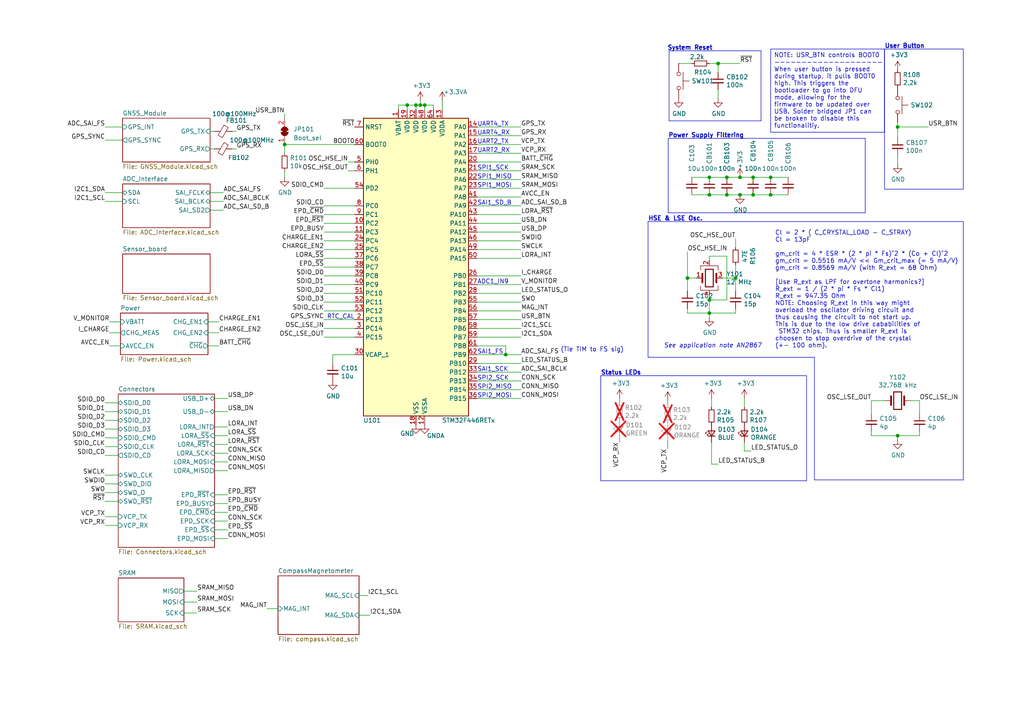
<source format=kicad_sch>
(kicad_sch (version 20230121) (generator eeschema)
  (paper "A4")
  (title_block (title "Kleinvoet") (date "2020-06-11") (rev "Rev. A") (company "Department of Electronic Engineering - Stellenbosch University") (comment 1 "Author: CM Geldenhuys <20198329@sun.ac.za>") (comment 2 "Project: Kleinvoet"))
  (lib_symbols
    (symbol "Device:C_Small" (pin_numbers hide) (pin_names (offset 0.254) hide)
      (property "Reference" "C" (at 0.254 1.778 0))
      (property "Value" "C_Small" (at 0.254 -2.032 0))
      (symbol "C_Small_0_1"
        (polyline (pts (xy -1.524 -0.508) (xy 1.524 -0.508)) (stroke (width 0.3302)))
        (polyline (pts (xy -1.524 0.508) (xy 1.524 0.508)) (stroke (width 0.3048)))
      )
      (symbol "C_Small_1_1"
        (pin passive line (at 0 2.54 270) (length 2.032) (name "~") (number "1"))
        (pin passive line (at 0 -2.54 90) (length 2.032) (name "~") (number "2"))
      )
    )
    (symbol "Device:Crystal" (pin_numbers hide) (pin_names (offset 1.016) hide)
      (property "Reference" "Y" (at 0 3.81 0))
      (property "Value" "Crystal" (at 0 -3.81 0))
      (symbol "Crystal_0_1"
        (rectangle (start -1.143 2.54) (end 1.143 -2.54) (stroke (width 0.3048)))
        (polyline (pts (xy -2.54 0) (xy -1.905 0)))
        (polyline (pts (xy -1.905 -1.27) (xy -1.905 1.27)) (stroke (width 0.508)))
        (polyline (pts (xy 1.905 -1.27) (xy 1.905 1.27)) (stroke (width 0.508)))
        (polyline (pts (xy 2.54 0) (xy 1.905 0)))
      )
      (symbol "Crystal_1_1"
        (pin passive line (at -3.81 0 0) (length 1.27) (name "1") (number "1"))
        (pin passive line (at 3.81 0 180) (length 1.27) (name "2") (number "2"))
      )
    )
    (symbol "Device:Crystal_GND24" (pin_names (offset 1.016) hide)
      (property "Reference" "Y" (at 3.175 5.08 0))
      (property "Value" "Crystal_GND24" (at 3.175 3.175 0))
      (symbol "Crystal_GND24_0_1"
        (rectangle (start -1.143 2.54) (end 1.143 -2.54) (stroke (width 0.3048)))
        (polyline (pts (xy -2.54 0) (xy -2.032 0)))
        (polyline (pts (xy -2.032 -1.27) (xy -2.032 1.27)) (stroke (width 0.508)))
        (polyline (pts (xy 0 -3.81) (xy 0 -3.556)))
        (polyline (pts (xy 0 3.556) (xy 0 3.81)))
        (polyline (pts (xy 2.032 -1.27) (xy 2.032 1.27)) (stroke (width 0.508)))
        (polyline (pts (xy 2.032 0) (xy 2.54 0)))
        (polyline (pts (xy -2.54 -2.286) (xy -2.54 -3.556) (xy 2.54 -3.556) (xy 2.54 -2.286)))
        (polyline (pts (xy -2.54 2.286) (xy -2.54 3.556) (xy 2.54 3.556) (xy 2.54 2.286)))
      )
      (symbol "Crystal_GND24_1_1"
        (pin passive line (at -3.81 0 0) (length 1.27) (name "1") (number "1"))
        (pin passive line (at 0 5.08 270) (length 1.27) (name "2") (number "2"))
        (pin passive line (at 3.81 0 180) (length 1.27) (name "3") (number "3"))
        (pin passive line (at 0 -5.08 90) (length 1.27) (name "4") (number "4"))
      )
    )
    (symbol "Device:FerriteBead_Small" (pin_numbers hide) (pin_names (offset 0))
      (property "Reference" "FB" (at 1.905 1.27 0))
      (property "Value" "FerriteBead_Small" (at 1.905 -1.27 0))
      (symbol "FerriteBead_Small_0_1"
        (polyline (pts (xy 0 -1.27) (xy 0 -0.7874)))
        (polyline (pts (xy 0 0.889) (xy 0 1.2954)))
        (polyline (pts (xy -1.8288 0.2794) (xy -1.1176 1.4986) (xy 1.8288 -0.2032) (xy 1.1176 -1.4224) (xy -1.8288 0.2794)))
      )
      (symbol "FerriteBead_Small_1_1"
        (pin passive line (at 0 2.54 270) (length 1.27) (name "~") (number "1"))
        (pin passive line (at 0 -2.54 90) (length 1.27) (name "~") (number "2"))
      )
    )
    (symbol "Device:LED_Small" (pin_numbers hide) (pin_names (offset 0.254) hide)
      (property "Reference" "D" (at -1.27 3.175 0))
      (property "Value" "LED_Small" (at -4.445 -2.54 0))
      (symbol "LED_Small_0_1"
        (polyline (pts (xy -0.762 -1.016) (xy -0.762 1.016)) (stroke (width 0.254)))
        (polyline (pts (xy 1.016 0) (xy -0.762 0)))
        (polyline (pts (xy 0.762 -1.016) (xy -0.762 0) (xy 0.762 1.016) (xy 0.762 -1.016)) (stroke (width 0.254)))
        (polyline (pts (xy 0 0.762) (xy -0.508 1.27) (xy -0.254 1.27) (xy -0.508 1.27) (xy -0.508 1.016)))
        (polyline (pts (xy 0.508 1.27) (xy 0 1.778) (xy 0.254 1.778) (xy 0 1.778) (xy 0 1.524)))
      )
      (symbol "LED_Small_1_1"
        (pin passive line (at -2.54 0 0) (length 1.778) (name "K") (number "1"))
        (pin passive line (at 2.54 0 180) (length 1.778) (name "A") (number "2"))
      )
    )
    (symbol "Device:R_Small" (pin_numbers hide) (pin_names (offset 0.254) hide)
      (property "Reference" "R" (at 0.762 0.508 0))
      (property "Value" "R_Small" (at 0.762 -1.016 0))
      (symbol "R_Small_0_1"
        (rectangle (start -0.762 1.778) (end 0.762 -1.778) (stroke (width 0.2032)))
      )
      (symbol "R_Small_1_1"
        (pin passive line (at 0 2.54 270) (length 0.762) (name "~") (number "1"))
        (pin passive line (at 0 -2.54 90) (length 0.762) (name "~") (number "2"))
      )
    )
    (symbol "Jumper:SolderJumper_2_Bridged" (pin_names (offset 0) hide)
      (property "Reference" "JP" (at 0 2.032 0))
      (property "Value" "SolderJumper_2_Bridged" (at 0 -2.54 0))
      (symbol "SolderJumper_2_Bridged_0_1"
        (rectangle (start -0.508 0.508) (end 0.508 -0.508) (fill (type outline)))
        (arc (start -0.254 1.016) (mid -1.2656 0) (end -0.254 -1.016))
        (arc (start -0.254 1.016) (mid -1.2656 0) (end -0.254 -1.016) (fill (type outline)))
        (polyline (pts (xy -0.254 1.016) (xy -0.254 -1.016)))
        (polyline (pts (xy 0.254 1.016) (xy 0.254 -1.016)))
        (arc (start 0.254 -1.016) (mid 1.2656 0) (end 0.254 1.016))
        (arc (start 0.254 -1.016) (mid 1.2656 0) (end 0.254 1.016) (fill (type outline)))
      )
      (symbol "SolderJumper_2_Bridged_1_1"
        (pin passive line (at -3.81 0 0) (length 2.54) (name "A") (number "1"))
        (pin passive line (at 3.81 0 180) (length 2.54) (name "B") (number "2"))
      )
    )
    (symbol "MCU_ST_STM32F4:STM32F446RETx"
      (property "Reference" "U" (at -15.24 44.45 0))
      (property "Value" "STM32F446RETx" (at 10.16 44.45 0))
      (symbol "STM32F446RETx_0_1"
        (rectangle (start -15.24 -43.18) (end 15.24 43.18) (stroke (width 0.254)) (fill (type background)))
      )
      (symbol "STM32F446RETx_1_1"
        (pin power_in line (at -5.08 45.72 270) (length 2.54) (name "VBAT") (number "1"))
        (pin bidirectional line (at -17.78 12.7 0) (length 2.54) (name "PC2") (number "10"))
        (pin bidirectional line (at -17.78 10.16 0) (length 2.54) (name "PC3") (number "11"))
        (pin power_in line (at 2.54 -45.72 90) (length 2.54) (name "VSSA") (number "12"))
        (pin power_in line (at 7.62 45.72 270) (length 2.54) (name "VDDA") (number "13"))
        (pin bidirectional line (at 17.78 40.64 180) (length 2.54) (name "PA0") (number "14"))
        (pin bidirectional line (at 17.78 38.1 180) (length 2.54) (name "PA1") (number "15"))
        (pin bidirectional line (at 17.78 35.56 180) (length 2.54) (name "PA2") (number "16"))
        (pin bidirectional line (at 17.78 33.02 180) (length 2.54) (name "PA3") (number "17"))
        (pin power_in line (at 0 -45.72 90) (length 2.54) (name "VSS") (number "18"))
        (pin power_in line (at -2.54 45.72 270) (length 2.54) (name "VDD") (number "19"))
        (pin bidirectional line (at -17.78 -15.24 0) (length 2.54) (name "PC13") (number "2"))
        (pin bidirectional line (at 17.78 30.48 180) (length 2.54) (name "PA4") (number "20"))
        (pin bidirectional line (at 17.78 27.94 180) (length 2.54) (name "PA5") (number "21"))
        (pin bidirectional line (at 17.78 25.4 180) (length 2.54) (name "PA6") (number "22"))
        (pin bidirectional line (at 17.78 22.86 180) (length 2.54) (name "PA7") (number "23"))
        (pin bidirectional line (at -17.78 7.62 0) (length 2.54) (name "PC4") (number "24"))
        (pin bidirectional line (at -17.78 5.08 0) (length 2.54) (name "PC5") (number "25"))
        (pin bidirectional line (at 17.78 -2.54 180) (length 2.54) (name "PB0") (number "26"))
        (pin bidirectional line (at 17.78 -5.08 180) (length 2.54) (name "PB1") (number "27"))
        (pin bidirectional line (at 17.78 -7.62 180) (length 2.54) (name "PB2") (number "28"))
        (pin bidirectional line (at 17.78 -27.94 180) (length 2.54) (name "PB10") (number "29"))
        (pin bidirectional line (at -17.78 -17.78 0) (length 2.54) (name "PC14") (number "3"))
        (pin power_out line (at -17.78 -25.4 0) (length 2.54) (name "VCAP_1") (number "30"))
        (pin passive line (at 0 -45.72 90) (length 2.54) hide (name "VSS") (number "31"))
        (pin power_in line (at 0 45.72 270) (length 2.54) (name "VDD") (number "32"))
        (pin bidirectional line (at 17.78 -30.48 180) (length 2.54) (name "PB12") (number "33"))
        (pin bidirectional line (at 17.78 -33.02 180) (length 2.54) (name "PB13") (number "34"))
        (pin bidirectional line (at 17.78 -35.56 180) (length 2.54) (name "PB14") (number "35"))
        (pin bidirectional line (at 17.78 -38.1 180) (length 2.54) (name "PB15") (number "36"))
        (pin bidirectional line (at -17.78 2.54 0) (length 2.54) (name "PC6") (number "37"))
        (pin bidirectional line (at -17.78 0 0) (length 2.54) (name "PC7") (number "38"))
        (pin bidirectional line (at -17.78 -2.54 0) (length 2.54) (name "PC8") (number "39"))
        (pin bidirectional line (at -17.78 -20.32 0) (length 2.54) (name "PC15") (number "4"))
        (pin bidirectional line (at -17.78 -5.08 0) (length 2.54) (name "PC9") (number "40"))
        (pin bidirectional line (at 17.78 20.32 180) (length 2.54) (name "PA8") (number "41"))
        (pin bidirectional line (at 17.78 17.78 180) (length 2.54) (name "PA9") (number "42"))
        (pin bidirectional line (at 17.78 15.24 180) (length 2.54) (name "PA10") (number "43"))
        (pin bidirectional line (at 17.78 12.7 180) (length 2.54) (name "PA11") (number "44"))
        (pin bidirectional line (at 17.78 10.16 180) (length 2.54) (name "PA12") (number "45"))
        (pin bidirectional line (at 17.78 7.62 180) (length 2.54) (name "PA13") (number "46"))
        (pin passive line (at 0 -45.72 90) (length 2.54) hide (name "VSS") (number "47"))
        (pin power_in line (at 2.54 45.72 270) (length 2.54) (name "VDD") (number "48"))
        (pin bidirectional line (at 17.78 5.08 180) (length 2.54) (name "PA14") (number "49"))
        (pin bidirectional line (at -17.78 30.48 0) (length 2.54) (name "PH0") (number "5"))
        (pin bidirectional line (at 17.78 2.54 180) (length 2.54) (name "PA15") (number "50"))
        (pin bidirectional line (at -17.78 -7.62 0) (length 2.54) (name "PC10") (number "51"))
        (pin bidirectional line (at -17.78 -10.16 0) (length 2.54) (name "PC11") (number "52"))
        (pin bidirectional line (at -17.78 -12.7 0) (length 2.54) (name "PC12") (number "53"))
        (pin bidirectional line (at -17.78 22.86 0) (length 2.54) (name "PD2") (number "54"))
        (pin bidirectional line (at 17.78 -10.16 180) (length 2.54) (name "PB3") (number "55"))
        (pin bidirectional line (at 17.78 -12.7 180) (length 2.54) (name "PB4") (number "56"))
        (pin bidirectional line (at 17.78 -15.24 180) (length 2.54) (name "PB5") (number "57"))
        (pin bidirectional line (at 17.78 -17.78 180) (length 2.54) (name "PB6") (number "58"))
        (pin bidirectional line (at 17.78 -20.32 180) (length 2.54) (name "PB7") (number "59"))
        (pin bidirectional line (at -17.78 27.94 0) (length 2.54) (name "PH1") (number "6"))
        (pin input line (at -17.78 35.56 0) (length 2.54) (name "BOOT0") (number "60"))
        (pin bidirectional line (at 17.78 -22.86 180) (length 2.54) (name "PB8") (number "61"))
        (pin bidirectional line (at 17.78 -25.4 180) (length 2.54) (name "PB9") (number "62"))
        (pin passive line (at 0 -45.72 90) (length 2.54) hide (name "VSS") (number "63"))
        (pin power_in line (at 5.08 45.72 270) (length 2.54) (name "VDD") (number "64"))
        (pin input line (at -17.78 40.64 0) (length 2.54) (name "NRST") (number "7"))
        (pin bidirectional line (at -17.78 17.78 0) (length 2.54) (name "PC0") (number "8"))
        (pin bidirectional line (at -17.78 15.24 0) (length 2.54) (name "PC1") (number "9"))
      )
    )
    (symbol "Switch:SW_Push" (pin_numbers hide) (pin_names (offset 1.016) hide)
      (property "Reference" "SW" (at 1.27 2.54 0))
      (property "Value" "SW_Push" (at 0 -1.524 0))
      (symbol "SW_Push_0_1"
        (circle (center -2.032 0) (radius 0.508))
        (polyline (pts (xy 0 1.27) (xy 0 3.048)))
        (polyline (pts (xy 2.54 1.27) (xy -2.54 1.27)))
        (circle (center 2.032 0) (radius 0.508))
        (pin passive line (at -5.08 0 0) (length 2.54) (name "1") (number "1"))
        (pin passive line (at 5.08 0 180) (length 2.54) (name "2") (number "2"))
      )
    )
    (symbol "power:+3.3VA" (power) (pin_names (offset 0))
      (property "Value" "+3.3VA" (at 0 3.556 0))
      (symbol "+3.3VA_0_1"
        (polyline (pts (xy -0.762 1.27) (xy 0 2.54)))
        (polyline (pts (xy 0 0) (xy 0 2.54)))
        (polyline (pts (xy 0 2.54) (xy 0.762 1.27)))
      )
      (symbol "+3.3VA_1_1"
        (pin power_in line (at 0 0 90) (length 0) hide (name "+3.3VA") (number "1"))
      )
    )
    (symbol "power:+3V3" (power) (pin_names (offset 0))
      (property "Value" "+3V3" (at 0 3.556 0))
      (symbol "+3V3_0_1"
        (polyline (pts (xy -0.762 1.27) (xy 0 2.54)))
        (polyline (pts (xy 0 0) (xy 0 2.54)))
        (polyline (pts (xy 0 2.54) (xy 0.762 1.27)))
      )
      (symbol "+3V3_1_1"
        (pin power_in line (at 0 0 90) (length 0) hide (name "+3V3") (number "1"))
      )
    )
    (symbol "power:GND" (power) (pin_names (offset 0))
      (property "Value" "GND" (at 0 -3.81 0))
      (symbol "GND_0_1"
        (polyline (pts (xy 0 0) (xy 0 -1.27) (xy 1.27 -1.27) (xy 0 -2.54) (xy -1.27 -1.27) (xy 0 -1.27)))
      )
      (symbol "GND_1_1"
        (pin power_in line (at 0 0 270) (length 0) hide (name "GND") (number "1"))
      )
    )
    (symbol "power:GNDA" (power) (pin_names (offset 0))
      (property "Value" "GNDA" (at 0 -3.81 0))
      (symbol "GNDA_0_1"
        (polyline (pts (xy 0 0) (xy 0 -1.27) (xy 1.27 -1.27) (xy 0 -2.54) (xy -1.27 -1.27) (xy 0 -1.27)))
      )
      (symbol "GNDA_1_1"
        (pin power_in line (at 0 0 270) (length 0) hide (name "GNDA") (number "1"))
      )
    )
  )
  (junction (at 121.92 30.48))
  (junction (at 199.39 80.645))
  (junction (at 205.74 86.995))
  (junction (at 214.63 56.515))
  (junction (at 218.44 51.435))
  (junction (at 218.44 56.515))
  (junction (at 210.82 56.515))
  (junction (at 210.82 51.435))
  (junction (at 205.74 56.515))
  (junction (at 214.63 51.435))
  (junction (at 146.685 102.87))
  (junction (at 223.52 56.515))
  (junction (at 123.19 30.48))
  (junction (at 205.74 51.435))
  (junction (at 118.11 30.48))
  (junction (at 205.74 90.805))
  (junction (at 213.36 80.645))
  (junction (at 120.65 30.48))
  (junction (at 260.35 126.365))
  (junction (at 260.35 36.83))
  (junction (at 82.55 41.91))
  (junction (at 223.52 51.435))
  (junction (at 208.28 18.415))
  (wire (pts (xy 205.74 92.075) (xy 205.74 90.805)))
  (wire (pts (xy 30.48 140.335) (xy 34.29 140.335)))
  (polyline (pts (xy 250.952 40.132) (xy 193.802 40.132)))
  (wire (pts (xy 151.13 36.83) (xy 138.43 36.83)))
  (wire (pts (xy 60.325 93.345) (xy 63.5 93.345)))
  (wire (pts (xy 93.98 72.39) (xy 102.87 72.39)))
  (wire (pts (xy 151.13 64.77) (xy 138.43 64.77)))
  (wire (pts (xy 121.92 30.48) (xy 123.19 30.48)))
  (wire (pts (xy 138.43 62.23) (xy 151.13 62.23)))
  (wire (pts (xy 93.98 62.23) (xy 102.87 62.23)))
  (wire (pts (xy 256.54 116.205) (xy 252.73 116.205)))
  (wire (pts (xy 62.23 133.985) (xy 66.04 133.985)))
  (wire (pts (xy 93.98 64.77) (xy 102.87 64.77)))
  (wire (pts (xy 138.43 100.33) (xy 146.685 100.33)))
  (wire (pts (xy 68.58 43.18) (xy 67.31 43.18)))
  (wire (pts (xy 82.55 51.435) (xy 82.55 49.53)))
  (wire (pts (xy 82.55 44.45) (xy 82.55 41.91)))
  (wire (pts (xy 199.39 89.535) (xy 199.39 90.805)))
  (wire (pts (xy 53.34 174.625) (xy 57.15 174.625)))
  (wire (pts (xy 260.35 35.56) (xy 260.35 36.83)))
  (wire (pts (xy 96.52 102.87) (xy 102.87 102.87)))
  (wire (pts (xy 102.87 90.17) (xy 93.98 90.17)))
  (wire (pts (xy 138.43 54.61) (xy 151.13 54.61)))
  (wire (pts (xy 120.65 30.48) (xy 118.11 30.48)))
  (wire (pts (xy 206.375 128.27) (xy 206.375 134.62)))
  (wire (pts (xy 93.98 77.47) (xy 102.87 77.47)))
  (wire (pts (xy 53.34 171.45) (xy 57.15 171.45)))
  (polyline (pts (xy 250.952 61.722) (xy 250.952 40.132)))
  (wire (pts (xy 215.9 130.81) (xy 217.805 130.81)))
  (wire (pts (xy 115.57 31.75) (xy 115.57 30.48)))
  (wire (pts (xy 138.43 52.07) (xy 151.13 52.07)))
  (wire (pts (xy 93.98 69.85) (xy 102.87 69.85)))
  (wire (pts (xy 266.7 126.365) (xy 266.7 125.095)))
  (wire (pts (xy 260.35 36.83) (xy 260.35 40.005)))
  (wire (pts (xy 205.74 18.415) (xy 208.28 18.415)))
  (wire (pts (xy 260.35 47.625) (xy 260.35 45.085)))
  (wire (pts (xy 146.685 102.87) (xy 151.13 102.87)))
  (wire (pts (xy 93.98 74.93) (xy 102.87 74.93)))
  (wire (pts (xy 252.73 126.365) (xy 252.73 125.095)))
  (wire (pts (xy 64.77 55.88) (xy 60.96 55.88)))
  (wire (pts (xy 138.43 59.69) (xy 151.13 59.69)))
  (wire (pts (xy 123.19 30.48) (xy 125.73 30.48)))
  (wire (pts (xy 201.93 80.645) (xy 199.39 80.645)))
  (wire (pts (xy 125.73 30.48) (xy 125.73 31.75)))
  (wire (pts (xy 60.96 43.18) (xy 62.23 43.18)))
  (wire (pts (xy 138.43 46.99) (xy 151.13 46.99)))
  (polyline (pts (xy 279.4 64.262) (xy 279.4 139.192)))
  (polyline (pts (xy 236.22 139.192) (xy 236.22 103.632)))
  (wire (pts (xy 104.14 172.72) (xy 106.68 172.72)))
  (wire (pts (xy 62.23 153.67) (xy 66.04 153.67)))
  (wire (pts (xy 31.75 93.345) (xy 34.925 93.345)))
  (wire (pts (xy 115.57 30.48) (xy 118.11 30.48)))
  (wire (pts (xy 260.35 36.83) (xy 269.24 36.83)))
  (wire (pts (xy 102.87 54.61) (xy 93.98 54.61)))
  (polyline (pts (xy 193.802 61.722) (xy 250.952 61.722)))
  (wire (pts (xy 205.74 51.435) (xy 200.66 51.435)))
  (wire (pts (xy 151.13 105.41) (xy 138.43 105.41)))
  (wire (pts (xy 138.43 82.55) (xy 151.13 82.55)))
  (wire (pts (xy 66.04 119.38) (xy 62.23 119.38)))
  (wire (pts (xy 62.23 131.445) (xy 66.04 131.445)))
  (wire (pts (xy 210.82 56.515) (xy 214.63 56.515)))
  (wire (pts (xy 68.58 38.1) (xy 67.31 38.1)))
  (wire (pts (xy 208.28 28.575) (xy 208.28 26.035)))
  (wire (pts (xy 123.19 30.48) (xy 123.19 31.75)))
  (wire (pts (xy 30.48 145.415) (xy 34.29 145.415)))
  (polyline (pts (xy 194.056 14.732) (xy 194.056 35.052)))
  (wire (pts (xy 193.675 130.175) (xy 193.675 127.635)))
  (wire (pts (xy 260.35 127.635) (xy 260.35 126.365)))
  (wire (pts (xy 228.6 51.435) (xy 223.52 51.435)))
  (wire (pts (xy 102.87 59.69) (xy 93.98 59.69)))
  (wire (pts (xy 34.29 116.84) (xy 30.48 116.84)))
  (wire (pts (xy 138.43 107.95) (xy 151.13 107.95)))
  (wire (pts (xy 151.13 87.63) (xy 138.43 87.63)))
  (wire (pts (xy 138.43 113.03) (xy 151.13 113.03)))
  (wire (pts (xy 138.43 90.17) (xy 151.13 90.17)))
  (wire (pts (xy 215.9 128.27) (xy 215.9 130.81)))
  (wire (pts (xy 120.65 30.48) (xy 120.65 31.75)))
  (wire (pts (xy 252.73 116.205) (xy 252.73 120.015)))
  (polyline (pts (xy 174.244 139.446) (xy 233.934 139.446)))
  (polyline (pts (xy 193.802 61.722) (xy 193.802 40.132)))
  (wire (pts (xy 138.43 102.87) (xy 146.685 102.87)))
  (wire (pts (xy 151.13 72.39) (xy 138.43 72.39)))
  (wire (pts (xy 151.13 67.31) (xy 138.43 67.31)))
  (wire (pts (xy 213.36 71.755) (xy 213.36 69.215)))
  (wire (pts (xy 30.48 119.38) (xy 34.29 119.38)))
  (wire (pts (xy 62.23 123.825) (xy 66.04 123.825)))
  (wire (pts (xy 138.43 95.25) (xy 151.13 95.25)))
  (wire (pts (xy 118.11 30.48) (xy 118.11 31.75)))
  (wire (pts (xy 104.14 178.435) (xy 107.315 178.435)))
  (wire (pts (xy 93.98 80.01) (xy 102.87 80.01)))
  (wire (pts (xy 93.98 67.31) (xy 102.87 67.31)))
  (wire (pts (xy 205.74 75.565) (xy 205.74 74.295)))
  (wire (pts (xy 213.36 90.805) (xy 205.74 90.805)))
  (wire (pts (xy 151.13 39.37) (xy 138.43 39.37)))
  (wire (pts (xy 151.13 69.85) (xy 138.43 69.85)))
  (wire (pts (xy 138.43 110.49) (xy 151.13 110.49)))
  (wire (pts (xy 210.82 56.515) (xy 205.74 56.515)))
  (wire (pts (xy 121.92 29.21) (xy 121.92 30.48)))
  (polyline (pts (xy 187.96 64.262) (xy 187.96 103.632)))
  (wire (pts (xy 30.48 132.08) (xy 34.29 132.08)))
  (wire (pts (xy 213.36 84.455) (xy 213.36 80.645)))
  (wire (pts (xy 62.23 156.21) (xy 66.04 156.21)))
  (wire (pts (xy 62.23 146.05) (xy 66.04 146.05)))
  (wire (pts (xy 31.75 100.33) (xy 34.925 100.33)))
  (wire (pts (xy 266.7 120.015) (xy 266.7 116.205)))
  (wire (pts (xy 62.23 126.365) (xy 66.04 126.365)))
  (wire (pts (xy 205.74 86.995) (xy 205.74 85.725)))
  (wire (pts (xy 120.65 30.48) (xy 121.92 30.48)))
  (polyline (pts (xy 220.726 14.732) (xy 220.726 35.052)))
  (wire (pts (xy 30.48 137.795) (xy 34.29 137.795)))
  (wire (pts (xy 205.74 51.435) (xy 210.82 51.435)))
  (wire (pts (xy 53.34 177.8) (xy 57.15 177.8)))
  (wire (pts (xy 30.48 152.4) (xy 34.29 152.4)))
  (wire (pts (xy 199.39 80.645) (xy 199.39 73.025)))
  (wire (pts (xy 62.23 128.905) (xy 66.04 128.905)))
  (wire (pts (xy 93.98 97.79) (xy 102.87 97.79)))
  (wire (pts (xy 196.85 18.415) (xy 200.66 18.415)))
  (wire (pts (xy 93.98 87.63) (xy 102.87 87.63)))
  (wire (pts (xy 93.98 95.25) (xy 102.87 95.25)))
  (wire (pts (xy 179.705 128.27) (xy 179.705 127)))
  (wire (pts (xy 100.965 46.99) (xy 102.87 46.99)))
  (wire (pts (xy 30.48 58.42) (xy 35.56 58.42)))
  (wire (pts (xy 30.48 36.83) (xy 35.56 36.83)))
  (wire (pts (xy 34.925 96.52) (xy 31.75 96.52)))
  (wire (pts (xy 30.48 149.86) (xy 34.29 149.86)))
  (polyline (pts (xy 174.244 108.966) (xy 174.244 139.446)))
  (wire (pts (xy 151.13 80.01) (xy 138.43 80.01)))
  (wire (pts (xy 64.77 58.42) (xy 60.96 58.42)))
  (polyline (pts (xy 279.4 64.262) (xy 187.96 64.262)))
  (wire (pts (xy 205.74 90.805) (xy 205.74 86.995)))
  (wire (pts (xy 138.43 92.71) (xy 151.13 92.71)))
  (wire (pts (xy 138.43 44.45) (xy 151.13 44.45)))
  (wire (pts (xy 215.9 115.57) (xy 215.9 118.11)))
  (wire (pts (xy 214.63 51.435) (xy 210.82 51.435)))
  (wire (pts (xy 213.36 76.835) (xy 213.36 80.645)))
  (wire (pts (xy 213.36 80.645) (xy 209.55 80.645)))
  (wire (pts (xy 218.44 51.435) (xy 214.63 51.435)))
  (wire (pts (xy 138.43 74.93) (xy 151.13 74.93)))
  (wire (pts (xy 77.47 176.53) (xy 80.645 176.53)))
  (wire (pts (xy 179.705 116.84) (xy 179.705 115.57)))
  (wire (pts (xy 30.48 40.64) (xy 35.56 40.64)))
  (wire (pts (xy 260.35 126.365) (xy 252.73 126.365)))
  (wire (pts (xy 62.23 136.525) (xy 66.04 136.525)))
  (wire (pts (xy 138.43 41.91) (xy 151.13 41.91)))
  (wire (pts (xy 214.63 18.415) (xy 208.28 18.415)))
  (wire (pts (xy 206.375 118.11) (xy 206.375 115.57)))
  (wire (pts (xy 146.685 102.87) (xy 146.685 100.33)))
  (wire (pts (xy 34.29 121.92) (xy 30.48 121.92)))
  (wire (pts (xy 260.35 126.365) (xy 266.7 126.365)))
  (polyline (pts (xy 236.22 103.632) (xy 187.96 103.632)))
  (wire (pts (xy 206.375 134.62) (xy 208.28 134.62)))
  (wire (pts (xy 208.28 20.955) (xy 208.28 18.415)))
  (wire (pts (xy 138.43 85.09) (xy 151.13 85.09)))
  (wire (pts (xy 223.52 56.515) (xy 218.44 56.515)))
  (wire (pts (xy 138.43 115.57) (xy 151.13 115.57)))
  (wire (pts (xy 218.44 51.435) (xy 223.52 51.435)))
  (polyline (pts (xy 279.4 139.192) (xy 236.22 139.192)))
  (wire (pts (xy 100.965 49.53) (xy 102.87 49.53)))
  (wire (pts (xy 193.675 117.475) (xy 193.675 116.205)))
  (wire (pts (xy 214.63 56.515) (xy 218.44 56.515)))
  (wire (pts (xy 138.43 97.79) (xy 151.13 97.79)))
  (wire (pts (xy 64.77 60.96) (xy 60.96 60.96)))
  (wire (pts (xy 199.39 90.805) (xy 205.74 90.805)))
  (wire (pts (xy 102.87 85.09) (xy 93.98 85.09)))
  (wire (pts (xy 60.325 96.52) (xy 63.5 96.52)))
  (wire (pts (xy 62.23 148.59) (xy 66.04 148.59)))
  (polyline (pts (xy 174.244 108.966) (xy 233.934 108.966)))
  (wire (pts (xy 205.74 56.515) (xy 200.66 56.515)))
  (wire (pts (xy 66.04 115.57) (xy 62.23 115.57)))
  (wire (pts (xy 30.48 124.46) (xy 34.29 124.46)))
  (wire (pts (xy 199.39 80.645) (xy 199.39 84.455)))
  (wire (pts (xy 213.36 89.535) (xy 213.36 90.805)))
  (polyline (pts (xy 194.056 14.732) (xy 220.726 14.732)))
  (wire (pts (xy 128.27 29.21) (xy 128.27 31.75)))
  (wire (pts (xy 82.55 33.02) (xy 82.55 34.29)))
  (wire (pts (xy 60.96 38.1) (xy 62.23 38.1)))
  (wire (pts (xy 62.23 151.13) (xy 66.04 151.13)))
  (wire (pts (xy 82.55 41.91) (xy 102.87 41.91)))
  (wire (pts (xy 205.74 74.295) (xy 210.82 74.295)))
  (wire (pts (xy 62.23 143.51) (xy 66.04 143.51)))
  (wire (pts (xy 228.6 56.515) (xy 223.52 56.515)))
  (wire (pts (xy 30.48 129.54) (xy 34.29 129.54)))
  (wire (pts (xy 266.7 116.205) (xy 264.16 116.205)))
  (wire (pts (xy 30.48 127) (xy 34.29 127)))
  (wire (pts (xy 30.48 142.875) (xy 34.29 142.875)))
  (wire (pts (xy 138.43 57.15) (xy 151.13 57.15)))
  (wire (pts (xy 60.325 100.33) (xy 63.5 100.33)))
  (wire (pts (xy 96.52 105.41) (xy 96.52 102.87)))
  (wire (pts (xy 93.98 92.71) (xy 102.87 92.71)))
  (polyline (pts (xy 233.934 108.966) (xy 233.934 139.446)))
  (wire (pts (xy 138.43 49.53) (xy 151.13 49.53)))
  (wire (pts (xy 210.82 86.995) (xy 205.74 86.995)))
  (wire (pts (xy 30.48 55.88) (xy 35.56 55.88)))
  (wire (pts (xy 93.98 82.55) (xy 102.87 82.55)))
  (wire (pts (xy 210.82 74.295) (xy 210.82 86.995)))
  (polyline (pts (xy 220.726 35.052) (xy 194.056 35.052)))
  (rectangle (start 256.54 14.224) (end 279.4 54.864))
  (text_box "NOTE: USR_BTN controls BOOT0\n--------------------\nWhen user button is pressed during startup, it pulls BOOT0 high. This triggers the bootloader to go into DFU mode, allowing for the firmware to be updated over USB. Solder bridged JP1 can be broken to disable this functionalitiy." (at 223.52 14.224 0) (size 33.02 24.13) (effects (font (size 1.27 1.27)) (justify left top)))
  (text "(Tie TIM to FS sig)" (at 162.56 102.235 0) (effects (font (size 1.27 1.27)) (justify left bottom)))
  (text "Cl = 2 * ( C_CRYSTAL_LOAD - C_STRAY)\nCl = 13pF\n\ngm_crit = 4 * ESR * (2 * pi * Fs)^2 * (Co + Cl)^2\ngm_crit = 0.5516 mA/V << Gm_crit_max (= 5 mA/V)\ngm_crit = 0.8569 mA/V (with R_ext = 68 Ohm)\n\n[Use R_ext as LPF for overtone harmonics?]\nR_ext = 1 / (2 * pi * Fs * Cl1)\nR_ext = 947.35 Ohm\nNOTE: Choosing R_ext in this way might \noverload the oscilator driving circuit and \nthus causing the circuit to not start up. \nThis is due to the low drive cababilities of\n STM32 chips. Thus is smaller R_ext is \nchoosen to stop overdrive of the crystal \n(+- 100 ohm)." (at 224.79 101.092 0) (effects (font (size 1.27 1.27)) (justify left bottom)))
  (text "SPI1_MISO" (at 138.43 52.07 0) (effects (font (size 1.27 1.27)) (justify left bottom)))
  (text "User Button" (at 256.54 14.224 0) (effects (font (size 1.27 1.27) (thickness 0.254) bold) (justify left bottom)))
  (text "UART2_TX" (at 138.43 41.91 0) (effects (font (size 1.27 1.27)) (justify left bottom)))
  (text "UART4_TX" (at 138.43 36.83 0) (effects (font (size 1.27 1.27)) (justify left bottom)))
  (text "System Reset" (at 206.756 14.732 0) (effects (font (size 1.27 1.27) (thickness 0.254) bold) (justify right bottom)))
  (text "SAI1_SCK" (at 138.43 107.95 0) (effects (font (size 1.27 1.27)) (justify left bottom)))
  (text "UART4_RX" (at 138.43 39.37 0) (effects (font (size 1.27 1.27)) (justify left bottom)))
  (text "SAI1_SD_B" (at 138.43 59.69 0) (effects (font (size 1.27 1.27)) (justify left bottom)))
  (text "Status LEDs" (at 174.244 108.966 0) (effects (font (size 1.27 1.27) (thickness 0.254) bold) (justify left bottom)))
  (text "ADC1_IN9" (at 138.43 82.55 0) (effects (font (size 1.27 1.27)) (justify left bottom)))
  (text "SPI1_SCK" (at 138.43 49.53 0) (effects (font (size 1.27 1.27)) (justify left bottom)))
  (text "SAI1_FS" (at 138.43 102.87 0) (effects (font (size 1.27 1.27)) (justify left bottom)))
  (text "HSE & LSE Osc." (at 187.96 64.262 0) (effects (font (size 1.27 1.27) (thickness 0.254) bold) (justify left bottom)))
  (text "UART2_RX" (at 138.43 44.45 0) (effects (font (size 1.27 1.27)) (justify left bottom)))
  (text "SPI2_MOSI" (at 138.43 115.57 0) (effects (font (size 1.27 1.27)) (justify left bottom)))
  (text "Power Supply Filtering" (at 193.802 40.132 0) (effects (font (size 1.27 1.27) (thickness 0.254) bold) (justify left bottom)))
  (text "SPI2_MISO" (at 138.43 113.03 0) (effects (font (size 1.27 1.27)) (justify left bottom)))
  (text "RTC_CAL" (at 102.87 92.71 0) (effects (font (size 1.27 1.27)) (justify right bottom)))
  (text "SPI2_SCK" (at 138.43 110.49 0) (effects (font (size 1.27 1.27)) (justify left bottom)))
  (text "SPI1_MOSI" (at 138.43 54.61 0) (effects (font (size 1.27 1.27)) (justify left bottom)))
  (text "See application note AN2867" (at 220.98 101.092 0) (effects (font (size 1.27 1.27) italic) (justify right bottom)))
  (label "CONN_SCK" (at 66.04 131.445 0))
  (label "SDIO_CMD" (at 30.48 127 180))
  (label "CHARGE_EN1" (at 93.98 69.85 180))
  (label "LORA_~{RST}" (at 151.13 62.23 0))
  (label "OSC_HSE_IN" (at 100.965 46.99 180))
  (label "SWCLK" (at 30.48 137.795 180))
  (label "SWCLK" (at 151.13 72.39 0))
  (label "EPD_BUSY" (at 93.98 67.31 180))
  (label "CHARGE_EN2" (at 63.5 96.52 0))
  (label "LORA_INT" (at 66.04 123.825 0))
  (label "LORA_~{RST}" (at 66.04 128.905 0))
  (label "I_CHARGE" (at 31.75 96.52 180))
  (label "VCP_TX" (at 151.13 41.91 0))
  (label "GPS_RX" (at 68.58 43.18 0))
  (label "OSC_HSE_OUT" (at 100.965 49.53 180))
  (label "SDIO_D2" (at 93.98 85.09 180))
  (label "SDIO_D1" (at 93.98 82.55 180))
  (label "LORA_~{SS}" (at 66.04 126.365 0))
  (label "AVCC_EN" (at 151.13 57.15 0))
  (label "ADC_SAI_FS" (at 64.77 55.88 0))
  (label "EPD_~{CMD}" (at 93.98 62.23 180))
  (label "VCP_RX" (at 151.13 44.45 0))
  (label "SWO" (at 151.13 87.63 0))
  (label "USR_BTN" (at 82.55 33.02 180))
  (label "OSC_HSE_IN" (at 199.39 73.025 0))
  (label "USB_DP" (at 151.13 67.31 0))
  (label "BATT_~{CHG}" (at 63.5 100.33 0))
  (label "EPD_~{RST}" (at 66.04 143.51 0))
  (label "EPD_~{SS}" (at 93.98 77.47 180))
  (label "BOOT0" (at 102.87 41.91 180))
  (label "OSC_LSE_OUT" (at 252.73 116.205 180))
  (label "I2C1_SDA" (at 30.48 55.88 180))
  (label "SDIO_CD" (at 93.98 59.69 180))
  (label "VCP_RX" (at 179.705 128.27 270))
  (label "CONN_MISO" (at 151.13 113.03 0))
  (label "SRAM_MISO" (at 151.13 52.07 0))
  (label "BATT_~{CHG}" (at 151.13 46.99 0))
  (label "CONN_MOSI" (at 66.04 136.525 0))
  (label "CONN_MOSI" (at 151.13 115.57 0))
  (label "GPS_SYNC" (at 30.48 40.64 180))
  (label "EPD_~{CMD}" (at 66.04 148.59 0))
  (label "CONN_MOSI" (at 66.04 156.21 0))
  (label "OSC_LSE_OUT" (at 93.98 97.79 180))
  (label "I2C1_SDA" (at 151.13 97.79 0))
  (label "ADC_SAI_FS" (at 30.48 36.83 180))
  (label "I_CHARGE" (at 151.13 80.01 0))
  (label "LORA_~{SS}" (at 93.98 74.93 180))
  (label "EPD_~{SS}" (at 66.04 153.67 0))
  (label "V_MONITOR" (at 31.75 93.345 180))
  (label "ADC_SAI_BCLK" (at 64.77 58.42 0))
  (label "SDIO_CLK" (at 93.98 90.17 180))
  (label "SDIO_D0" (at 30.48 116.84 180))
  (label "USB_DN" (at 66.04 119.38 0))
  (label "ADC_SAI_FS" (at 151.13 102.87 0))
  (label "SDIO_CLK" (at 30.48 129.54 180))
  (label "SDIO_D3" (at 93.98 87.63 180))
  (label "SWDIO" (at 30.48 140.335 180))
  (label "~{RST}" (at 102.87 36.83 180))
  (label "GPS_RX" (at 151.13 39.37 0))
  (label "MAG_INT" (at 77.47 176.53 180))
  (label "I2C1_SCL" (at 106.68 172.72 0))
  (label "SRAM_MOSI" (at 151.13 54.61 0))
  (label "USB_DP" (at 66.04 115.57 0))
  (label "USR_BTN" (at 151.13 92.71 0))
  (label "LED_STATUS_B" (at 151.13 105.41 0))
  (label "V_MONITOR" (at 151.13 82.55 0))
  (label "EPD_~{RST}" (at 93.98 64.77 180))
  (label "CHARGE_EN1" (at 63.5 93.345 0))
  (label "OSC_LSE_IN" (at 93.98 95.25 180))
  (label "SDIO_D3" (at 30.48 124.46 180))
  (label "LED_STATUS_B" (at 208.28 134.62 0))
  (label "LED_STATUS_O" (at 217.805 130.81 0))
  (label "SDIO_CD" (at 30.48 132.08 180))
  (label "SWO" (at 30.48 142.875 180))
  (label "SDIO_D0" (at 93.98 80.01 180))
  (label "GPS_TX" (at 68.58 38.1 0))
  (label "CONN_SCK" (at 66.04 151.13 0))
  (label "MAG_INT" (at 151.13 90.17 0))
  (label "I2C1_SDA" (at 107.315 178.435 0))
  (label "SRAM_SCK" (at 57.15 177.8 0))
  (label "CONN_MISO" (at 66.04 133.985 0))
  (label "USR_BTN" (at 269.24 36.83 0))
  (label "I2C1_SCL" (at 30.48 58.42 180))
  (label "CHARGE_EN2" (at 93.98 72.39 180))
  (label "LED_STATUS_O" (at 151.13 85.09 0))
  (label "GPS_TX" (at 151.13 36.83 0))
  (label "ADC_SAI_SD_B" (at 64.77 60.96 0))
  (label "VCP_RX" (at 30.48 152.4 180))
  (label "SRAM_MISO" (at 57.15 171.45 0))
  (label "VCP_TX" (at 30.48 149.86 180))
  (label "~{RST}" (at 30.48 145.415 180))
  (label "GPS_SYNC" (at 93.98 92.71 180))
  (label "OSC_HSE_OUT" (at 213.36 69.215 180))
  (label "~{RST}" (at 214.63 18.415 0))
  (label "ADC_SAI_BCLK" (at 151.13 107.95 0))
  (label "SDIO_CMD" (at 93.98 54.61 180))
  (label "LORA_INT" (at 151.13 74.93 0))
  (label "SDIO_D2" (at 30.48 121.92 180))
  (label "EPD_BUSY" (at 66.04 146.05 0))
  (label "SWDIO" (at 151.13 69.85 0))
  (label "AVCC_EN" (at 31.75 100.33 180))
  (label "VCP_TX" (at 193.675 130.175 270))
  (label "OSC_LSE_IN" (at 266.7 116.205 0))
  (label "I2C1_SCL" (at 151.13 95.25 0))
  (label "SDIO_D1" (at 30.48 119.38 180))
  (label "ADC_SAI_SD_B" (at 151.13 59.69 0))
  (label "SRAM_MOSI" (at 57.15 174.625 0))
  (label "SRAM_SCK" (at 151.13 49.53 0))
  (label "USB_DN" (at 151.13 64.77 0))
  (label "CONN_SCK" (at 151.13 110.49 0))
  (symbol (lib_id "Device:C_Small") (at 199.39 86.995 0) (unit 1)
    (property "Reference" "C102" (at 201.7268 85.8266 0) (effects (justify left)))
    (property "Value" "15p" (at 201.7268 88.138 0) (effects (justify left)))
    (property "Footprint" "Capacitor_SMD:C_0402_1005Metric" (effects hide))
    (property "Notes" "C0G - High freq." (effects hide))
    (property "MPN" "GRM1555C1H150GA01D" (effects hide))
    (property "Mfr." "Murata" (effects hide))
  )
  (symbol (lib_id "power:GND") (at 205.74 92.075 0) (unit 1)
    (property "Reference" "#PWR0110" (effects hide))
    (property "Value" "GND" (at 205.867 96.4692 0))
  )
  (symbol (lib_id "Device:Crystal") (at 260.35 116.205 0) (unit 1)
    (property "Reference" "Y102" (at 260.35 109.3978 0))
    (property "Value" "32.768 kHz" (at 260.35 111.7092 0))
    (property "Footprint" "grootvoet:ECX-31B" (effects hide))
    (property "MPN" "ECS-.327-7-34B-TR" (effects hide))
    (property "Mfr." "ECS" (effects hide))
  )
  (symbol (lib_id "Device:C_Small") (at 266.7 122.555 0) (unit 1)
    (property "Reference" "C106" (at 269.0368 121.3866 0) (effects (justify left)))
    (property "Value" "4p" (at 269.0368 123.698 0) (effects (justify left)))
    (property "Footprint" "Capacitor_SMD:C_0402_1005Metric" (effects hide))
    (property "Notes" "C0G" (effects hide))
    (property "MPN" "GJM1555C1H4R0BB01D" (effects hide))
    (property "Mfr." "Murata" (effects hide))
  )
  (symbol (lib_id "power:GND") (at 260.35 127.635 0) (unit 1)
    (property "Reference" "#PWR0118" (effects hide))
    (property "Value" "GND" (at 260.477 132.0292 0))
  )
  (symbol (lib_id "Device:R_Small") (at 206.375 120.65 0) (mirror x) (unit 1)
    (property "Reference" "R105" (at 207.8736 121.8184 0) (effects (justify left)))
    (property "Value" "2.2k" (at 207.8736 119.507 0) (effects (justify left)))
    (property "Footprint" "Resistor_SMD:R_0402_1005Metric" (effects hide))
    (property "MPN" "RT0402FRE072K2L" (effects hide))
    (property "Mfr." "Yageo" (effects hide))
  )
  (symbol (lib_id "Device:LED_Small") (at 206.375 125.73 90) (unit 1)
    (property "Reference" "D103" (at 208.153 124.5616 90) (effects (justify right)))
    (property "Value" "BLUE" (at 208.153 126.873 90) (effects (justify right)))
    (property "Footprint" "LED_SMD:LED_0603_1608Metric" (effects hide))
    (property "MPN" "SMLD12BN1WT86" (effects hide))
    (property "Mfr." "ROHM Semiconductor" (effects hide))
  )
  (symbol (lib_id "MCU_ST_STM32F4:STM32F446RETx") (at 120.65 77.47 0) (unit 1)
    (property "Reference" "U101" (at 107.95 121.92 0))
    (property "Value" "STM32F446RETx" (at 135.89 121.92 0))
    (property "Footprint" "Package_QFP:LQFP-64_10x10mm_P0.5mm" (effects hide))
    (property "Datasheet" "http://www.st.com/st-web-ui/static/active/en/resource/technical/document/datasheet/DM00141306.pdf" (effects hide))
    (property "MPN" "STM32F446RCT6" (effects hide))
    (property "Mfr." "STMicroelectronics" (effects hide))
  )
  (symbol (lib_id "Device:R_Small") (at 82.55 46.99 0) (unit 1)
    (property "Reference" "R101" (at 84.0486 45.8216 0) (effects (justify left)))
    (property "Value" "10k" (at 84.0486 48.133 0) (effects (justify left)))
    (property "Footprint" "Resistor_SMD:R_0402_1005Metric" (effects hide))
    (property "MPN" "RT0402FRE1310KL" (effects hide))
    (property "Mfr." "Yageo" (effects hide))
  )
  (symbol (lib_id "power:GND") (at 82.55 51.435 0) (unit 1)
    (property "Reference" "#PWR0101" (effects hide))
    (property "Value" "GND" (at 82.677 55.8292 0))
  )
  (symbol (lib_id "Device:Crystal_GND24") (at 205.74 80.645 0) (unit 1)
    (property "Reference" "Y101" (at 210.6676 79.4766 0) (effects (justify left)))
    (property "Value" "12 MHz" (at 210.6676 81.788 0) (effects (justify left)))
    (property "Footprint" "grootvoet:ECS-33B" (effects hide))
    (property "Datasheet" "https://www.mouser.co.za/datasheet/2/122/ECS-33B-1649459.pdf" (effects hide))
    (property "MPN" "ECS-120-12-33-AEN-TR" (effects hide))
    (property "Mfr." "ECS" (effects hide))
  )
  (symbol (lib_id "Switch:SW_Push") (at 260.35 30.48 270) (unit 1)
    (property "Reference" "SW102" (at 264.1092 30.48 90) (effects (justify left)))
    (property "Value" "USER" (effects hide))
    (property "Footprint" "grootvoet:SW_SPST_PTS647" (effects hide))
    (property "MPN" "PTS647SN50SMTR2LFS" (effects hide))
    (property "Mfr." "C&K" (effects hide))
  )
  (symbol (lib_id "Device:C_Small") (at 260.35 42.545 0) (unit 1)
    (property "Reference" "CB107" (at 262.6868 41.3766 0) (effects (justify left)))
    (property "Value" "100n" (at 262.6868 43.688 0) (effects (justify left)))
    (property "Footprint" "Capacitor_SMD:C_0402_1005Metric" (effects hide))
    (property "MPN" "C0402C104K8PACTU" (effects hide))
    (property "Mfr." "KEMET" (effects hide))
  )
  (symbol (lib_id "power:GND") (at 260.35 47.625 0) (unit 1)
    (property "Reference" "#PWR0117" (effects hide))
    (property "Value" "GND" (at 260.477 52.0192 0))
  )
  (symbol (lib_id "Device:C_Small") (at 200.66 53.975 0) (unit 1)
    (property "Reference" "C103" (at 200.66 46.99 90) (effects (justify left)))
    (property "Value" "10u" (at 199.39 48.895 0) (effects (justify left)))
    (property "Footprint" "Capacitor_SMD:C_0805_2012Metric_Pad1.18x1.45mm_HandSolder" (effects hide))
    (property "Notes" "Low ESR" (effects hide))
    (property "MPN" "C0805C106K9PACTU" (effects hide))
    (property "Mfr." "KEMET" (effects hide))
  )
  (symbol (lib_id "Device:C_Small") (at 205.74 53.975 0) (unit 1)
    (property "Reference" "CB101" (at 205.74 47.625 90) (effects (justify left)))
    (property "Value" "100n" (at 203.2 48.895 0) (effects (justify left)))
    (property "Footprint" "Capacitor_SMD:C_0402_1005Metric" (effects hide))
    (property "MPN" "C0402C104K8PACTU" (effects hide))
    (property "Mfr." "KEMET" (effects hide))
  )
  (symbol (lib_id "power:+3.3VA") (at 128.27 29.21 0) (unit 1)
    (property "Reference" "#PWR0106" (effects hide))
    (property "Value" "+3.3VA" (at 132.08 26.67 0))
  )
  (symbol (lib_id "power:+3V3") (at 121.92 29.21 0) (unit 1)
    (property "Reference" "#PWR0104" (effects hide))
    (property "Value" "+3V3" (at 122.301 24.8158 0))
  )
  (symbol (lib_id "power:+3V3") (at 214.63 51.435 0) (unit 1)
    (property "Reference" "#PWR0113" (effects hide))
    (property "Value" "+3V3" (at 214.63 46.355 90))
  )
  (symbol (lib_id "power:GND") (at 214.63 56.515 0) (unit 1)
    (property "Reference" "#PWR0114" (effects hide))
    (property "Value" "GND" (at 214.757 60.9092 0))
  )
  (symbol (lib_id "power:GND") (at 120.65 123.19 0) (unit 1)
    (property "Reference" "#PWR0103" (effects hide))
    (property "Value" "GND" (at 118.11 125.73 0))
  )
  (symbol (lib_id "power:GNDA") (at 123.19 123.19 0) (unit 1)
    (property "Reference" "#PWR0105" (effects hide))
    (property "Value" "GNDA" (at 126.365 126.365 0))
  )
  (symbol (lib_id "Device:C_Small") (at 210.82 53.975 0) (unit 1)
    (property "Reference" "CB103" (at 210.82 47.625 90) (effects (justify left)))
    (property "Value" "100n" (at 208.28 48.895 0) (effects (justify left)))
    (property "Footprint" "Capacitor_SMD:C_0402_1005Metric" (effects hide))
    (property "MPN" "C0402C104K8PACTU" (effects hide))
    (property "Mfr." "KEMET" (effects hide))
  )
  (symbol (lib_id "Device:C_Small") (at 218.44 53.975 0) (unit 1)
    (property "Reference" "CB104" (at 218.44 46.99 90) (effects (justify left)))
    (property "Value" "100n" (at 215.9 48.895 0) (effects (justify left)))
    (property "Footprint" "Capacitor_SMD:C_0402_1005Metric" (effects hide))
    (property "MPN" "C0402C104K8PACTU" (effects hide))
    (property "Mfr." "KEMET" (effects hide))
  )
  (symbol (lib_id "Device:C_Small") (at 223.52 53.975 0) (unit 1)
    (property "Reference" "CB105" (at 223.52 46.99 90) (effects (justify left)))
    (property "Value" "100n" (at 220.98 48.895 0) (effects (justify left)))
    (property "Footprint" "Capacitor_SMD:C_0402_1005Metric" (effects hide))
    (property "MPN" "C0402C104K8PACTU" (effects hide))
    (property "Mfr." "KEMET" (effects hide))
  )
  (symbol (lib_id "Device:C_Small") (at 228.6 53.975 0) (unit 1)
    (property "Reference" "CB106" (at 228.6 47.625 90) (effects (justify left)))
    (property "Value" "100n" (at 226.06 48.895 0) (effects (justify left)))
    (property "Footprint" "Capacitor_SMD:C_0402_1005Metric" (effects hide))
    (property "MPN" "C0402C104K8PACTU" (effects hide))
    (property "Mfr." "KEMET" (effects hide))
  )
  (symbol (lib_id "Device:C_Small") (at 96.52 107.95 0) (unit 1)
    (property "Reference" "C101" (at 98.8568 106.7816 0) (effects (justify left)))
    (property "Value" "10u" (at 98.8568 109.093 0) (effects (justify left)))
    (property "Footprint" "Capacitor_SMD:C_0805_2012Metric_Pad1.18x1.45mm_HandSolder" (effects hide))
    (property "Notes" "Low ESR (< 1 Ohm)" (effects hide))
    (property "MPN" "C0805C106K9PACTU" (effects hide))
    (property "Mfr." "KEMET" (effects hide))
  )
  (symbol (lib_id "power:GND") (at 96.52 110.49 0) (unit 1)
    (property "Reference" "#PWR0102" (effects hide))
    (property "Value" "GND" (at 96.647 114.8842 0))
  )
  (symbol (lib_id "Switch:SW_Push") (at 196.85 23.495 270) (unit 1)
    (property "Reference" "SW101" (at 200.6092 23.495 90) (effects (justify left)))
    (property "Value" "RESET" (effects hide))
    (property "Footprint" "grootvoet:SW_SPST_PTS647" (effects hide))
    (property "MPN" "PTS647SN50SMTR2LFS" (effects hide))
    (property "Mfr." "C&K" (effects hide))
  )
  (symbol (lib_id "Device:C_Small") (at 208.28 23.495 0) (unit 1)
    (property "Reference" "CB102" (at 210.6168 22.3266 0) (effects (justify left)))
    (property "Value" "100n" (at 210.6168 24.638 0) (effects (justify left)))
    (property "Footprint" "Capacitor_SMD:C_0402_1005Metric" (effects hide))
    (property "MPN" "C0402C104K8PACTU" (effects hide))
    (property "Mfr." "KEMET" (effects hide))
  )
  (symbol (lib_id "power:GND") (at 196.85 28.575 0) (unit 1)
    (property "Reference" "#PWR0109" (effects hide))
    (property "Value" "GND" (at 196.977 32.9692 0))
  )
  (symbol (lib_id "power:GND") (at 208.28 28.575 0) (unit 1)
    (property "Reference" "#PWR0112" (effects hide))
    (property "Value" "GND" (at 208.407 32.9692 0))
  )
  (symbol (lib_id "Device:R_Small") (at 179.705 119.38 0) (unit 1) (in_bom no) (dnp yes)
    (property "Reference" "R102" (at 181.2036 118.2116 0) (effects (justify left)))
    (property "Value" "2.2k" (at 181.2036 120.523 0) (effects (justify left)))
    (property "Footprint" "Resistor_SMD:R_0402_1005Metric" (effects hide))
    (property "Mfr." "Yageo" (effects hide))
    (property "MPN" "RT0402FRE072K2L" (effects hide))
  )
  (symbol (lib_id "Device:LED_Small") (at 179.705 124.46 90) (unit 1) (in_bom no) (dnp yes)
    (property "Reference" "D101" (at 181.483 123.2916 90) (effects (justify right)))
    (property "Value" "GREEN" (at 181.483 125.603 90) (effects (justify right)))
    (property "Footprint" "LED_SMD:LED_0603_1608Metric_Pad1.05x0.95mm_HandSolder" (effects hide))
    (property "Mfr." "ROHM Semiconductor" (effects hide))
    (property "MPN" "SMLD12EN1WT86" (effects hide))
  )
  (symbol (lib_id "Device:R_Small") (at 193.675 120.015 0) (unit 1) (in_bom no) (dnp yes)
    (property "Reference" "R103" (at 195.1736 118.8466 0) (effects (justify left)))
    (property "Value" "2.2k" (at 195.1736 121.158 0) (effects (justify left)))
    (property "Footprint" "Resistor_SMD:R_0402_1005Metric" (effects hide))
    (property "MPN" "RT0402FRE072K2L" (effects hide))
    (property "Mfr." "Yageo" (effects hide))
  )
  (symbol (lib_id "Device:LED_Small") (at 193.675 125.095 90) (unit 1) (in_bom no) (dnp yes)
    (property "Reference" "D102" (at 195.453 123.9266 90) (effects (justify right)))
    (property "Value" "ORANGE" (at 195.453 126.238 90) (effects (justify right)))
    (property "Footprint" "LED_SMD:LED_0603_1608Metric_Pad1.05x0.95mm_HandSolder" (effects hide))
    (property "Mfr." "ROHM Semiconductor" (effects hide))
    (property "MPN" "SML-D12D8WT86C" (effects hide))
  )
  (symbol (lib_id "power:+3V3") (at 179.705 115.57 0) (unit 1)
    (property "Reference" "#PWR0107" (effects hide))
    (property "Value" "+3V3" (at 180.086 111.1758 0))
  )
  (symbol (lib_id "power:+3V3") (at 193.675 116.205 0) (unit 1)
    (property "Reference" "#PWR0108" (effects hide))
    (property "Value" "+3V3" (at 194.056 111.8108 0))
  )
  (symbol (lib_id "Device:LED_Small") (at 215.9 125.73 90) (unit 1)
    (property "Reference" "D104" (at 217.678 124.5616 90) (effects (justify right)))
    (property "Value" "ORANGE" (at 217.678 126.873 90) (effects (justify right)))
    (property "Footprint" "LED_SMD:LED_0603_1608Metric" (effects hide))
    (property "MPN" "SML-D12D8WT86C" (effects hide))
    (property "Mfr." "ROHM Semiconductor" (effects hide))
  )
  (symbol (lib_id "Device:R_Small") (at 215.9 120.65 0) (mirror x) (unit 1)
    (property "Reference" "R107" (at 217.3986 121.8184 0) (effects (justify left)))
    (property "Value" "2.2k" (at 217.3986 119.507 0) (effects (justify left)))
    (property "Footprint" "Resistor_SMD:R_0402_1005Metric" (effects hide))
    (property "MPN" "RT0402FRE072K2L" (effects hide))
    (property "Mfr." "Yageo" (effects hide))
  )
  (symbol (lib_id "Device:FerriteBead_Small") (at 64.77 43.18 90) (unit 1)
    (property "Reference" "FB102" (at 69.215 45.72 90))
    (property "Value" "100@100MHz" (at 73.025 40.64 90))
    (property "Footprint" "Inductor_SMD:L_0402_1005Metric" (effects hide))
    (property "MPN" "BLM15HD102SN1D" (effects hide))
    (property "Mfr." "Murata" (effects hide))
  )
  (symbol (lib_id "power:+3V3") (at 206.375 115.57 0) (unit 1)
    (property "Reference" "#PWR0111" (effects hide))
    (property "Value" "+3V3" (at 206.756 111.1758 0))
  )
  (symbol (lib_id "Device:R_Small") (at 213.36 74.295 0) (mirror x) (unit 1)
    (property "Reference" "R106" (at 218.3384 74.295 90))
    (property "Value" "47E" (at 216.027 74.295 90))
    (property "Footprint" "Resistor_SMD:R_0402_1005Metric" (effects hide))
    (property "MPN" "RT0402FRE0747RL" (effects hide))
    (property "Mfr." "Yageo" (effects hide))
  )
  (symbol (lib_id "Device:R_Small") (at 203.2 18.415 270) (unit 1)
    (property "Reference" "R104" (at 201.295 20.955 90) (effects (justify left)))
    (property "Value" "2.2k" (at 200.025 16.51 90) (effects (justify left)))
    (property "Footprint" "Resistor_SMD:R_0402_1005Metric" (effects hide))
    (property "Mfr." "Yageo" (effects hide))
    (property "MPN" "RT0402FRE072K2L" (effects hide))
  )
  (symbol (lib_id "Jumper:SolderJumper_2_Bridged") (at 82.55 38.1 90) (unit 1)
    (property "Reference" "JP101" (at 85.09 37.465 90) (effects (justify right)))
    (property "Value" "Boot_sel" (at 85.09 40.005 90) (effects (justify right)))
    (property "Footprint" "Jumper:SolderJumper-2_P1.3mm_Bridged_RoundedPad1.0x1.5mm" (effects hide))
  )
  (symbol (lib_id "power:+3V3") (at 215.9 115.57 0) (unit 1)
    (property "Reference" "#PWR0115" (effects hide))
    (property "Value" "+3V3" (at 216.281 111.1758 0))
  )
  (symbol (lib_id "Device:FerriteBead_Small") (at 64.77 38.1 90) (unit 1)
    (property "Reference" "FB101" (at 68.58 34.925 90))
    (property "Value" "100@100MHz" (at 67.945 33.02 90))
    (property "Footprint" "Inductor_SMD:L_0402_1005Metric" (effects hide))
    (property "MPN" "BLM15HD102SN1D" (effects hide))
    (property "Mfr." "Murata" (effects hide))
  )
  (symbol (lib_id "power:+3V3") (at 260.35 20.32 0) (unit 1)
    (property "Reference" "#PWR0116" (effects hide))
    (property "Value" "+3V3" (at 260.731 15.9258 0))
  )
  (symbol (lib_id "Device:C_Small") (at 252.73 122.555 0) (unit 1)
    (property "Reference" "C105" (at 255.0668 121.3866 0) (effects (justify left)))
    (property "Value" "4p" (at 255.0668 123.698 0) (effects (justify left)))
    (property "Footprint" "Capacitor_SMD:C_0402_1005Metric" (effects hide))
    (property "Notes" "C0G" (effects hide))
    (property "MPN" "GJM1555C1H4R0BB01D" (effects hide))
    (property "Mfr." "Murata" (effects hide))
  )
  (symbol (lib_id "Device:R_Small") (at 260.35 22.86 0) (unit 1)
    (property "Reference" "R108" (at 261.8486 21.6916 0) (effects (justify left)))
    (property "Value" "2.2k" (at 261.8486 24.003 0) (effects (justify left)))
    (property "Footprint" "Resistor_SMD:R_0402_1005Metric" (effects hide))
    (property "Mfr." "Yageo" (effects hide))
    (property "MPN" "RT0402FRE072K2L" (effects hide))
  )
  (symbol (lib_id "Device:C_Small") (at 213.36 86.995 0) (unit 1)
    (property "Reference" "C104" (at 215.6968 85.8266 0) (effects (justify left)))
    (property "Value" "15p" (at 215.6968 88.138 0) (effects (justify left)))
    (property "Footprint" "Capacitor_SMD:C_0402_1005Metric" (effects hide))
    (property "Notes" "C0G - High freq." (effects hide))
    (property "MPN" "GRM1555C1H150GA01D" (effects hide))
    (property "Mfr." "Murata" (effects hide))
  )
  (sheet (at 35.56 34.29) (size 25.4 12.7)
    (property "Sheetname" "GNSS_Module" (at 35.56 33.5784 0) (effects (justify left bottom)))
    (property "Sheetfile" "GNSS_Module.kicad_sch" (at 35.56 47.5746 0) (effects (justify left top)))
    (pin "GPS_SYNC" output (at 35.56 40.64 180))
    (pin "GPS_RX" output (at 60.96 43.18 0))
    (pin "GPS_TX" input (at 60.96 38.1 0))
    (pin "GPS_INT" input (at 35.56 36.83 180))
  )
  (sheet (at 35.56 53.34) (size 25.4 12.7)
    (property "Sheetname" "ADC_Interface" (at 35.56 52.6284 0) (effects (justify left bottom)))
    (property "Sheetfile" "ADC_Interface.kicad_sch" (at 35.56 66.6246 0) (effects (justify left top)))
    (pin "SAI_SD2" output (at 60.96 60.96 0))
    (pin "SAI_BCLK" bidirectional (at 60.96 58.42 0))
    (pin "SAI_FCLK" bidirectional (at 60.96 55.88 0))
    (pin "SDA" bidirectional (at 35.56 55.88 180))
    (pin "SCL" input (at 35.56 58.42 180))
  )
  (sheet (at 34.925 90.805) (size 25.4 12.065)
    (property "Sheetname" "Power" (at 34.925 90.0934 0) (effects (justify left bottom)))
    (property "Sheetfile" "Power.kicad_sch" (at 34.925 103.4546 0) (effects (justify left top)))
    (pin "CHG_EN1" input (at 60.325 93.345 0))
    (pin "CHG_EN2" input (at 60.325 96.52 0))
    (pin "CHG_MEAS" output (at 34.925 96.52 180))
    (pin "VBATT" input (at 34.925 93.345 180))
    (pin "~{CHG}" output (at 60.325 100.33 0))
    (pin "AVCC_EN" input (at 34.925 100.33 180))
  )
  (sheet (at 34.29 114.3) (size 27.94 44.45)
    (property "Sheetname" "Connectors" (at 34.29 113.5884 0) (effects (justify left bottom)))
    (property "Sheetfile" "Connectors.kicad_sch" (at 34.29 159.3346 0) (effects (justify left top)))
    (pin "USB_D+" bidirectional (at 62.23 115.57 0))
    (pin "USB_D-" bidirectional (at 62.23 119.38 0))
    (pin "SDIO_D1" bidirectional (at 34.29 119.38 180))
    (pin "SDIO_D0" bidirectional (at 34.29 116.84 180))
    (pin "SDIO_D2" bidirectional (at 34.29 121.92 180))
    (pin "SDIO_D3" bidirectional (at 34.29 124.46 180))
    (pin "SDIO_CMD" input (at 34.29 127 180))
    (pin "SDIO_CLK" input (at 34.29 129.54 180))
    (pin "SDIO_CD" output (at 34.29 132.08 180))
    (pin "LORA_INT" output (at 62.23 123.825 0))
    (pin "LORA_~{SS}" input (at 62.23 126.365 0))
    (pin "LORA_~{RST}" input (at 62.23 128.905 0))
    (pin "LORA_SCK" input (at 62.23 131.445 0))
    (pin "LORA_MOSI" input (at 62.23 133.985 0))
    (pin "LORA_MISO" output (at 62.23 136.525 0))
    (pin "EPD_~{RST}" input (at 62.23 143.51 0))
    (pin "EPD_BUSY" output (at 62.23 146.05 0))
    (pin "EPD_~{CMD}" input (at 62.23 148.59 0))
    (pin "EPD_SCK" input (at 62.23 151.13 0))
    (pin "EPD_~{SS}" input (at 62.23 153.67 0))
    (pin "EPD_MOSI" input (at 62.23 156.21 0))
    (pin "SWD_CLK" bidirectional (at 34.29 137.795 180))
    (pin "SWD_DIO" bidirectional (at 34.29 140.335 180))
    (pin "SWD_O" bidirectional (at 34.29 142.875 180))
    (pin "SWD_~{RST}" bidirectional (at 34.29 145.415 180))
    (pin "VCP_TX" input (at 34.29 149.86 180))
    (pin "VCP_RX" input (at 34.29 152.4 180))
  )
  (sheet (at 80.645 167.005) (size 23.495 17.018) (stroke (width 0.1524))
    (property "Sheetname" "CompassMagnetometer" (at 80.645 166.2934 0) (effects (justify left bottom)))
    (property "Sheetfile" "compass.kicad_sch" (at 80.645 184.6076 0) (effects (justify left top)))
    (pin "MAG_SCL" input (at 104.14 172.72 0))
    (pin "MAG_INT" input (at 80.645 176.53 180))
    (pin "MAG_SDA" input (at 104.14 178.435 0))
  )
  (sheet (at 35.56 73.66) (size 25.4 11.43) (stroke (width 0.1524))
    (property "Sheetname" "Sensor_board" (at 35.56 72.9484 0) (effects (justify left bottom)))
    (property "Sheetfile" "Sensor_board.kicad_sch" (at 35.56 85.6746 0) (effects (justify left top)))
  )
  (sheet (at 34.29 167.64) (size 19.05 12.7) (stroke (width 0.1524))
    (property "Sheetname" "SRAM" (at 34.29 166.9284 0) (effects (justify left bottom)))
    (property "Sheetfile" "SRAM.kicad_sch" (at 34.29 180.9246 0) (effects (justify left top)))
    (pin "MISO" output (at 53.34 171.45 0))
    (pin "MOSI" input (at 53.34 174.625 0))
    (pin "SCK" input (at 53.34 177.8 0))
  )
)
</source>
